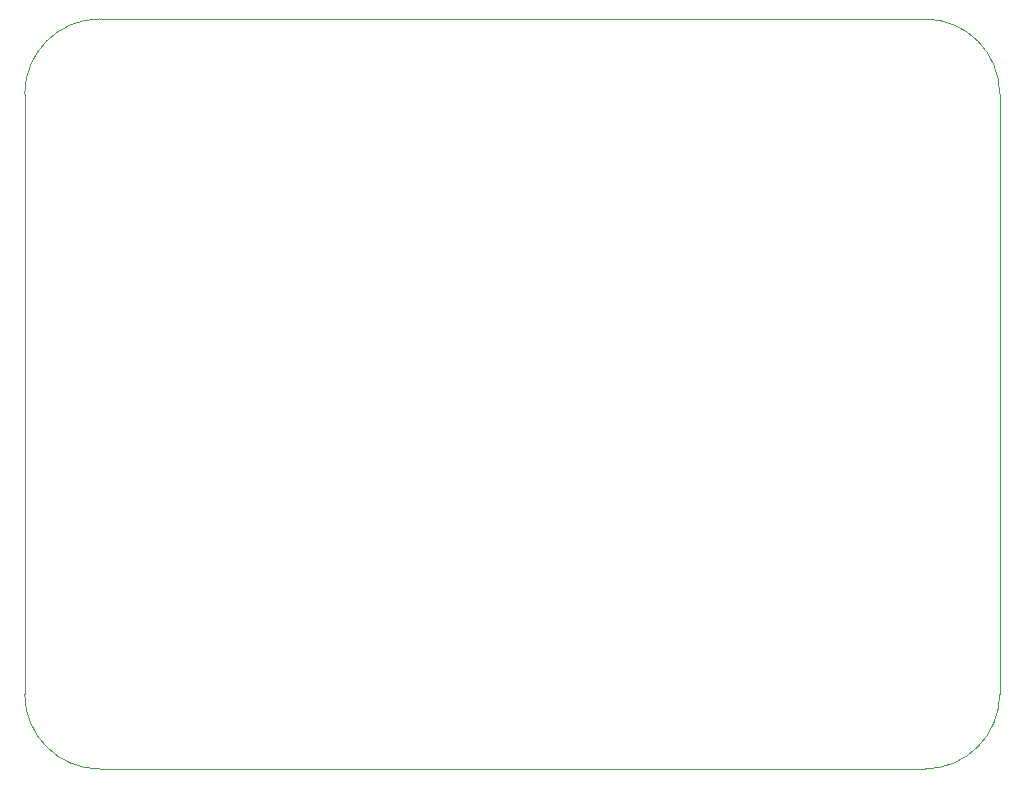
<source format=gbr>
%TF.GenerationSoftware,KiCad,Pcbnew,(5.1.8)-1*%
%TF.CreationDate,2021-09-25T16:30:51+01:00*%
%TF.ProjectId,dashboard mech press,64617368-626f-4617-9264-206d65636820,rev?*%
%TF.SameCoordinates,Original*%
%TF.FileFunction,Profile,NP*%
%FSLAX46Y46*%
G04 Gerber Fmt 4.6, Leading zero omitted, Abs format (unit mm)*
G04 Created by KiCad (PCBNEW (5.1.8)-1) date 2021-09-25 16:30:51*
%MOMM*%
%LPD*%
G01*
G04 APERTURE LIST*
%TA.AperFunction,Profile*%
%ADD10C,0.050000*%
%TD*%
G04 APERTURE END LIST*
D10*
X184277000Y-123317000D02*
G75*
G02*
X177927000Y-129667000I-6350000J0D01*
G01*
X108077000Y-129667000D02*
G75*
G02*
X101727000Y-123317000I0J6350000D01*
G01*
X177927000Y-66167000D02*
G75*
G02*
X184277000Y-72517000I0J-6350000D01*
G01*
X101727000Y-72517000D02*
G75*
G02*
X108077000Y-66167000I6350000J0D01*
G01*
X101727000Y-123317000D02*
X101727000Y-72517000D01*
X177927000Y-129667000D02*
X108077000Y-129667000D01*
X184277000Y-72517000D02*
X184277000Y-123317000D01*
X108077000Y-66167000D02*
X177927000Y-66167000D01*
M02*

</source>
